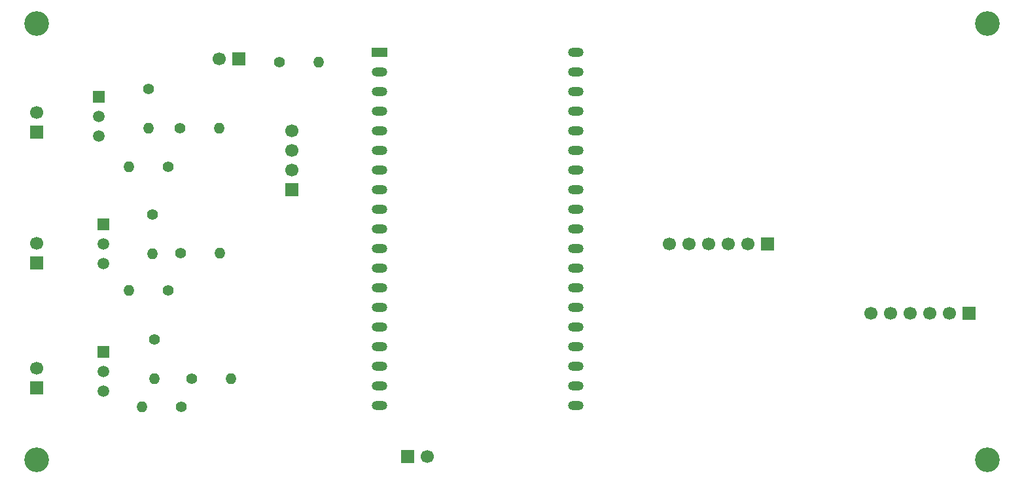
<source format=gbr>
%TF.GenerationSoftware,KiCad,Pcbnew,9.0.1*%
%TF.CreationDate,2025-04-28T16:18:14-07:00*%
%TF.ProjectId,qtkiln,71746b69-6c6e-42e6-9b69-6361645f7063,rev?*%
%TF.SameCoordinates,PX39b2820PY71f6ce0*%
%TF.FileFunction,Soldermask,Top*%
%TF.FilePolarity,Negative*%
%FSLAX46Y46*%
G04 Gerber Fmt 4.6, Leading zero omitted, Abs format (unit mm)*
G04 Created by KiCad (PCBNEW 9.0.1) date 2025-04-28 16:18:14*
%MOMM*%
%LPD*%
G01*
G04 APERTURE LIST*
%ADD10C,3.200000*%
%ADD11R,1.500000X1.500000*%
%ADD12C,1.500000*%
%ADD13C,1.400000*%
%ADD14O,1.400000X1.400000*%
%ADD15R,1.700000X1.700000*%
%ADD16C,1.700000*%
%ADD17R,2.000000X1.200000*%
%ADD18O,2.000000X1.200000*%
G04 APERTURE END LIST*
D10*
%TO.C,REF\u002A\u002A*%
X127500000Y5000000D03*
%TD*%
D11*
%TO.C,Q3*%
X13140000Y35540000D03*
D12*
X13140000Y33000000D03*
X13140000Y30460000D03*
%TD*%
D11*
%TO.C,Q2*%
X13140000Y19040000D03*
D12*
X13140000Y16500000D03*
X13140000Y13960000D03*
%TD*%
D11*
%TO.C,Q1*%
X12500000Y52040000D03*
D12*
X12500000Y49500000D03*
X12500000Y46960000D03*
%TD*%
D13*
%TO.C,R6*%
X23168760Y11858836D03*
D14*
X18088760Y11858836D03*
%TD*%
D15*
%TO.C,J1*%
X52460000Y5500000D03*
D16*
X55000000Y5500000D03*
%TD*%
D15*
%TO.C,J8*%
X99080000Y33000000D03*
D16*
X96540000Y33000000D03*
X94000000Y33000000D03*
X91460000Y33000000D03*
X88920000Y33000000D03*
X86380000Y33000000D03*
%TD*%
D10*
%TO.C,REF\u002A\u002A*%
X4500000Y5000000D03*
%TD*%
%TO.C,REF\u002A\u002A*%
X127500000Y61500000D03*
%TD*%
D13*
%TO.C,R9*%
X21500000Y27000000D03*
D14*
X16420000Y27000000D03*
%TD*%
D15*
%TO.C,J4*%
X4500000Y47460000D03*
D16*
X4500000Y50000000D03*
%TD*%
D13*
%TO.C,R3*%
X19000000Y53080000D03*
D14*
X19000000Y48000000D03*
%TD*%
D13*
%TO.C,R4*%
X19692193Y20597762D03*
D14*
X19692193Y15517762D03*
%TD*%
D10*
%TO.C,REF\u002A\u002A*%
X4500000Y61500000D03*
%TD*%
D15*
%TO.C,J7*%
X37500000Y40000000D03*
D16*
X37500000Y42540000D03*
X37500000Y45080000D03*
X37500000Y47620000D03*
%TD*%
D15*
%TO.C,J5*%
X4500000Y14358836D03*
D16*
X4500000Y16898836D03*
%TD*%
D15*
%TO.C,J3*%
X30670000Y56975000D03*
D16*
X28130000Y56975000D03*
%TD*%
D13*
%TO.C,R10*%
X35920000Y56500000D03*
D14*
X41000000Y56500000D03*
%TD*%
D13*
%TO.C,R8*%
X23081061Y31761547D03*
D14*
X28161061Y31761547D03*
%TD*%
D13*
%TO.C,R2*%
X21500000Y43000000D03*
D14*
X16420000Y43000000D03*
%TD*%
D13*
%TO.C,R1*%
X23000000Y48000000D03*
D14*
X28080000Y48000000D03*
%TD*%
D15*
%TO.C,J6*%
X4500000Y30500000D03*
D16*
X4500000Y33040000D03*
%TD*%
D13*
%TO.C,R7*%
X19500000Y36761547D03*
D14*
X19500000Y31681547D03*
%TD*%
D15*
%TO.C,J9*%
X125120000Y24000000D03*
D16*
X122580000Y24000000D03*
X120040000Y24000000D03*
X117500000Y24000000D03*
X114960000Y24000000D03*
X112420000Y24000000D03*
%TD*%
D13*
%TO.C,R5*%
X24582298Y15500000D03*
D14*
X29662298Y15500000D03*
%TD*%
D17*
%TO.C,J2*%
X48845000Y57791880D03*
D18*
X48845000Y55251880D03*
X48845000Y52711880D03*
X48845000Y50171880D03*
X48845000Y47631880D03*
X48845000Y45091880D03*
X48845000Y42551880D03*
X48845000Y40011880D03*
X48845000Y37471880D03*
X48845000Y34931880D03*
X48845000Y32391880D03*
X48845000Y29851880D03*
X48845000Y27311880D03*
X48845000Y24771880D03*
X48845000Y22231880D03*
X48845000Y19691880D03*
X48845000Y17151880D03*
X48845000Y14611880D03*
X48845000Y12071880D03*
X74241320Y12074600D03*
X74241320Y14614600D03*
X74245000Y17151880D03*
X74245000Y19691880D03*
X74245000Y22231880D03*
X74245000Y24771880D03*
X74245000Y27311880D03*
X74245000Y29851880D03*
X74245000Y32391880D03*
X74245000Y34931880D03*
X74245000Y37471880D03*
X74245000Y40011880D03*
X74245000Y42551880D03*
X74245000Y45091880D03*
X74245000Y47631880D03*
X74245000Y50171880D03*
X74245000Y52711880D03*
X74245000Y55251880D03*
X74245000Y57791880D03*
%TD*%
M02*

</source>
